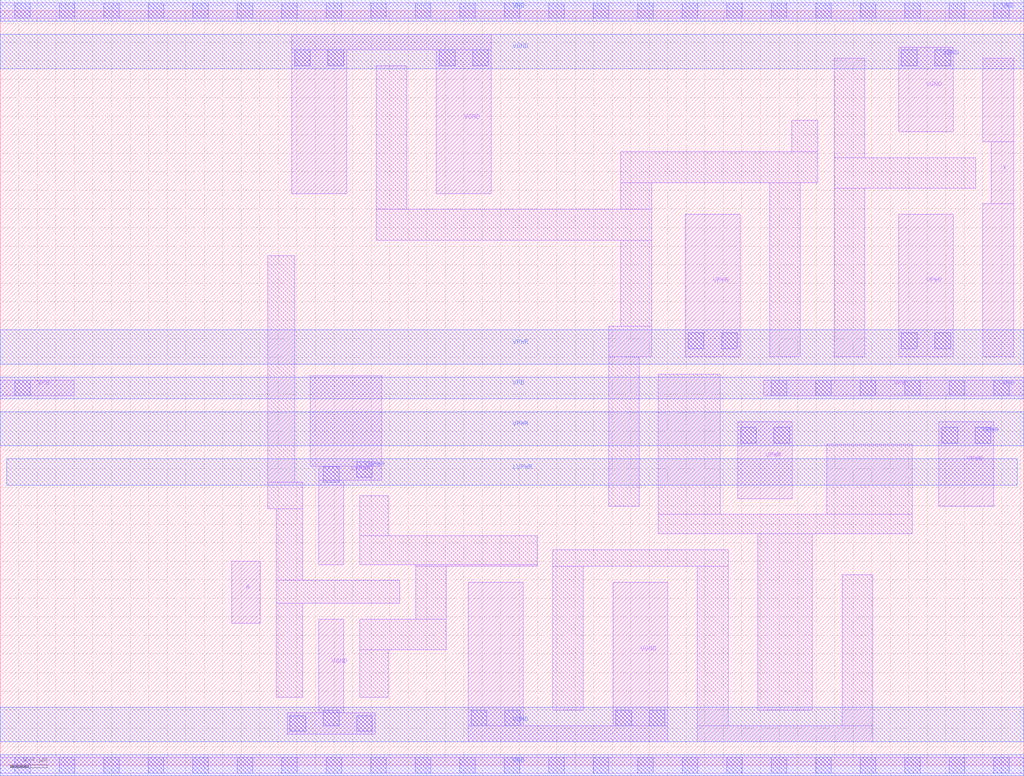
<source format=lef>
# Copyright 2020 The SkyWater PDK Authors
#
# Licensed under the Apache License, Version 2.0 (the "License");
# you may not use this file except in compliance with the License.
# You may obtain a copy of the License at
#
#     https://www.apache.org/licenses/LICENSE-2.0
#
# Unless required by applicable law or agreed to in writing, software
# distributed under the License is distributed on an "AS IS" BASIS,
# WITHOUT WARRANTIES OR CONDITIONS OF ANY KIND, either express or implied.
# See the License for the specific language governing permissions and
# limitations under the License.
#
# SPDX-License-Identifier: Apache-2.0

VERSION 5.5 ;
NAMESCASESENSITIVE ON ;
BUSBITCHARS "[]" ;
DIVIDERCHAR "/" ;
SITE unithvdbl
    SYMMETRY y  ;
    CLASS CORE  ;
    SIZE  0.480 BY 8.140 ;
END unithvdbl
MACRO sky130_fd_sc_hvl__lsbuflv2hv_symmetric_1
  CLASS CORE ;
  SOURCE USER ;
  ORIGIN  0.000000  0.000000 ;
  SIZE  11.04000 BY  8.140000 ;
  SYMMETRY X Y ;
  SITE unithvdbl ;
  PIN A
    ANTENNAGATEAREA  0.252000 ;
    DIRECTION INPUT ;
    USE SIGNAL ;
    PORT
      LAYER li1 ;
        RECT 2.495000 1.530000 2.805000 2.200000 ;
    END
  END A
  PIN X
    ANTENNADIFFAREA  0.596250 ;
    DIRECTION OUTPUT ;
    USE SIGNAL ;
    PORT
      LAYER li1 ;
        RECT 10.600000 4.405000 10.930000 6.055000 ;
        RECT 10.600000 6.725000 10.930000 7.625000 ;
        RECT 10.690000 6.055000 10.930000 6.725000 ;
    END
  END X
  PIN LVPWR
    DIRECTION INOUT ;
    USE POWER ;
    PORT
      LAYER li1 ;
        RECT 3.345000 3.225000 4.115000 4.200000 ;
        RECT 3.435000 2.165000 3.705000 3.075000 ;
        RECT 3.435000 3.075000 4.115000 3.225000 ;
    END
    PORT
      LAYER mcon ;
        RECT 3.485000 3.050000 3.655000 3.220000 ;
        RECT 3.845000 3.105000 4.015000 3.275000 ;
    END
    PORT
      LAYER met1 ;
        RECT 0.070000 3.020000 10.970000 3.305000 ;
    END
  END LVPWR
  PIN VGND
    DIRECTION INOUT ;
    USE GROUND ;
    PORT
      LAYER li1 ;
        RECT 3.095000 0.335000 4.045000 0.565000 ;
        RECT 3.435000 0.565000 3.705000 1.575000 ;
    END
    PORT
      LAYER li1 ;
        RECT 3.145000 6.165000 3.735000 7.715000 ;
        RECT 3.145000 7.715000 5.295000 7.885000 ;
        RECT 4.705000 6.165000 5.295000 7.715000 ;
    END
    PORT
      LAYER li1 ;
        RECT 5.050000 0.255000 7.200000 0.425000 ;
        RECT 5.050000 0.425000 5.640000 1.975000 ;
        RECT 6.610000 0.425000 7.200000 1.975000 ;
    END
    PORT
      LAYER li1 ;
        RECT 9.690000 6.835000 10.280000 7.745000 ;
    END
    PORT
      LAYER mcon ;
        RECT  3.125000 0.365000  3.295000 0.535000 ;
        RECT  3.175000 7.545000  3.345000 7.715000 ;
        RECT  3.485000 0.425000  3.655000 0.595000 ;
        RECT  3.535000 7.545000  3.705000 7.715000 ;
        RECT  3.845000 0.365000  4.015000 0.535000 ;
        RECT  4.735000 7.545000  4.905000 7.715000 ;
        RECT  5.080000 0.425000  5.250000 0.595000 ;
        RECT  5.095000 7.545000  5.265000 7.715000 ;
        RECT  5.440000 0.425000  5.610000 0.595000 ;
        RECT  6.640000 0.425000  6.810000 0.595000 ;
        RECT  7.000000 0.425000  7.170000 0.595000 ;
        RECT  9.720000 7.545000  9.890000 7.715000 ;
        RECT 10.080000 7.545000 10.250000 7.715000 ;
    END
    PORT
      LAYER met1 ;
        RECT 0.000000 0.255000 11.040000 0.625000 ;
    END
    PORT
      LAYER met1 ;
        RECT 0.000000 7.515000 11.040000 7.885000 ;
    END
  END VGND
  PIN VNB
    DIRECTION INOUT ;
    USE GROUND ;
    PORT
      LAYER li1 ;
        RECT 0.000000 -0.085000 11.040000 0.085000 ;
    END
    PORT
      LAYER li1 ;
        RECT 0.000000 8.055000 11.040000 8.225000 ;
    END
    PORT
      LAYER mcon ;
        RECT  0.155000 -0.085000  0.325000 0.085000 ;
        RECT  0.155000  8.055000  0.325000 8.225000 ;
        RECT  0.635000 -0.085000  0.805000 0.085000 ;
        RECT  0.635000  8.055000  0.805000 8.225000 ;
        RECT  1.115000 -0.085000  1.285000 0.085000 ;
        RECT  1.115000  8.055000  1.285000 8.225000 ;
        RECT  1.595000 -0.085000  1.765000 0.085000 ;
        RECT  1.595000  8.055000  1.765000 8.225000 ;
        RECT  2.075000 -0.085000  2.245000 0.085000 ;
        RECT  2.075000  8.055000  2.245000 8.225000 ;
        RECT  2.555000 -0.085000  2.725000 0.085000 ;
        RECT  2.555000  8.055000  2.725000 8.225000 ;
        RECT  3.035000 -0.085000  3.205000 0.085000 ;
        RECT  3.035000  8.055000  3.205000 8.225000 ;
        RECT  3.515000 -0.085000  3.685000 0.085000 ;
        RECT  3.515000  8.055000  3.685000 8.225000 ;
        RECT  3.995000 -0.085000  4.165000 0.085000 ;
        RECT  3.995000  8.055000  4.165000 8.225000 ;
        RECT  4.475000 -0.085000  4.645000 0.085000 ;
        RECT  4.475000  8.055000  4.645000 8.225000 ;
        RECT  4.955000 -0.085000  5.125000 0.085000 ;
        RECT  4.955000  8.055000  5.125000 8.225000 ;
        RECT  5.435000 -0.085000  5.605000 0.085000 ;
        RECT  5.435000  8.055000  5.605000 8.225000 ;
        RECT  5.915000 -0.085000  6.085000 0.085000 ;
        RECT  5.915000  8.055000  6.085000 8.225000 ;
        RECT  6.395000 -0.085000  6.565000 0.085000 ;
        RECT  6.395000  8.055000  6.565000 8.225000 ;
        RECT  6.875000 -0.085000  7.045000 0.085000 ;
        RECT  6.875000  8.055000  7.045000 8.225000 ;
        RECT  7.355000 -0.085000  7.525000 0.085000 ;
        RECT  7.355000  8.055000  7.525000 8.225000 ;
        RECT  7.835000 -0.085000  8.005000 0.085000 ;
        RECT  7.835000  8.055000  8.005000 8.225000 ;
        RECT  8.315000 -0.085000  8.485000 0.085000 ;
        RECT  8.315000  8.055000  8.485000 8.225000 ;
        RECT  8.795000 -0.085000  8.965000 0.085000 ;
        RECT  8.795000  8.055000  8.965000 8.225000 ;
        RECT  9.275000 -0.085000  9.445000 0.085000 ;
        RECT  9.275000  8.055000  9.445000 8.225000 ;
        RECT  9.755000 -0.085000  9.925000 0.085000 ;
        RECT  9.755000  8.055000  9.925000 8.225000 ;
        RECT 10.235000 -0.085000 10.405000 0.085000 ;
        RECT 10.235000  8.055000 10.405000 8.225000 ;
        RECT 10.715000 -0.085000 10.885000 0.085000 ;
        RECT 10.715000  8.055000 10.885000 8.225000 ;
    END
    PORT
      LAYER met1 ;
        RECT 0.000000 -0.115000 11.040000 0.115000 ;
    END
    PORT
      LAYER met1 ;
        RECT 0.000000 8.025000 11.040000 8.255000 ;
    END
  END VNB
  PIN VPB
    DIRECTION INOUT ;
    USE POWER ;
    PORT
      LAYER li1 ;
        RECT 0.000000 3.985000 0.800000 4.155000 ;
    END
    PORT
      LAYER li1 ;
        RECT 8.235000 3.985000 11.040000 4.155000 ;
    END
    PORT
      LAYER mcon ;
        RECT  0.155000 3.985000  0.325000 4.155000 ;
        RECT  8.315000 3.985000  8.485000 4.155000 ;
        RECT  8.795000 3.985000  8.965000 4.155000 ;
        RECT  9.275000 3.985000  9.445000 4.155000 ;
        RECT  9.755000 3.985000  9.925000 4.155000 ;
        RECT 10.235000 3.985000 10.405000 4.155000 ;
        RECT 10.715000 3.985000 10.885000 4.155000 ;
    END
    PORT
      LAYER met1 ;
        RECT 0.000000 3.955000 11.040000 4.185000 ;
    END
  END VPB
  PIN VPWR
    DIRECTION INOUT ;
    USE POWER ;
    PORT
      LAYER li1 ;
        RECT 10.125000 2.795000 10.715000 3.705000 ;
    END
    PORT
      LAYER li1 ;
        RECT 7.390000 4.405000 7.980000 5.945000 ;
    END
    PORT
      LAYER li1 ;
        RECT 7.955000 2.875000 8.545000 3.705000 ;
    END
    PORT
      LAYER li1 ;
        RECT 9.690000 4.405000 10.280000 5.945000 ;
    END
    PORT
      LAYER mcon ;
        RECT  7.420000 4.495000  7.590000 4.665000 ;
        RECT  7.780000 4.495000  7.950000 4.665000 ;
        RECT  7.985000 3.475000  8.155000 3.645000 ;
        RECT  8.345000 3.475000  8.515000 3.645000 ;
        RECT  9.720000 4.495000  9.890000 4.665000 ;
        RECT 10.080000 4.495000 10.250000 4.665000 ;
        RECT 10.155000 3.475000 10.325000 3.645000 ;
        RECT 10.515000 3.475000 10.685000 3.645000 ;
    END
    PORT
      LAYER met1 ;
        RECT 0.000000 3.445000 11.040000 3.815000 ;
    END
    PORT
      LAYER met1 ;
        RECT 0.000000 4.325000 11.040000 4.695000 ;
    END
  END VPWR
  OBS
    LAYER li1 ;
      RECT 2.885000 2.765000  3.265000 3.055000 ;
      RECT 2.885000 3.055000  3.175000 5.495000 ;
      RECT 2.975000 0.735000  3.265000 1.745000 ;
      RECT 2.975000 1.745000  4.310000 1.995000 ;
      RECT 2.975000 1.995000  3.265000 2.765000 ;
      RECT 3.875000 0.735000  4.185000 1.245000 ;
      RECT 3.875000 1.245000  4.810000 1.575000 ;
      RECT 3.875000 2.165000  5.790000 2.475000 ;
      RECT 3.875000 2.475000  4.185000 2.905000 ;
      RECT 4.055000 5.665000  7.025000 5.995000 ;
      RECT 4.055000 5.995000  4.385000 7.545000 ;
      RECT 4.480000 1.575000  4.810000 2.145000 ;
      RECT 4.480000 2.145000  5.790000 2.165000 ;
      RECT 5.960000 0.595000  6.290000 2.145000 ;
      RECT 5.960000 2.145000  7.850000 2.325000 ;
      RECT 6.565000 2.795000  6.895000 4.405000 ;
      RECT 6.565000 4.405000  7.025000 4.735000 ;
      RECT 6.695000 4.735000  7.025000 5.665000 ;
      RECT 6.695000 5.995000  7.025000 6.285000 ;
      RECT 6.695000 6.285000  8.815000 6.615000 ;
      RECT 7.095000 2.495000  9.835000 2.705000 ;
      RECT 7.095000 2.705000  7.765000 4.215000 ;
      RECT 7.520000 0.255000  9.410000 0.425000 ;
      RECT 7.520000 0.425000  7.850000 2.145000 ;
      RECT 8.170000 0.595000  8.760000 2.495000 ;
      RECT 8.300000 4.405000  8.630000 6.285000 ;
      RECT 8.535000 6.615000  8.815000 6.955000 ;
      RECT 8.915000 2.705000  9.835000 3.465000 ;
      RECT 8.995000 4.405000  9.325000 6.225000 ;
      RECT 8.995000 6.225000 10.520000 6.555000 ;
      RECT 8.995000 6.555000  9.325000 7.625000 ;
      RECT 9.080000 0.425000  9.410000 2.055000 ;
  END
END sky130_fd_sc_hvl__lsbuflv2hv_symmetric_1

</source>
